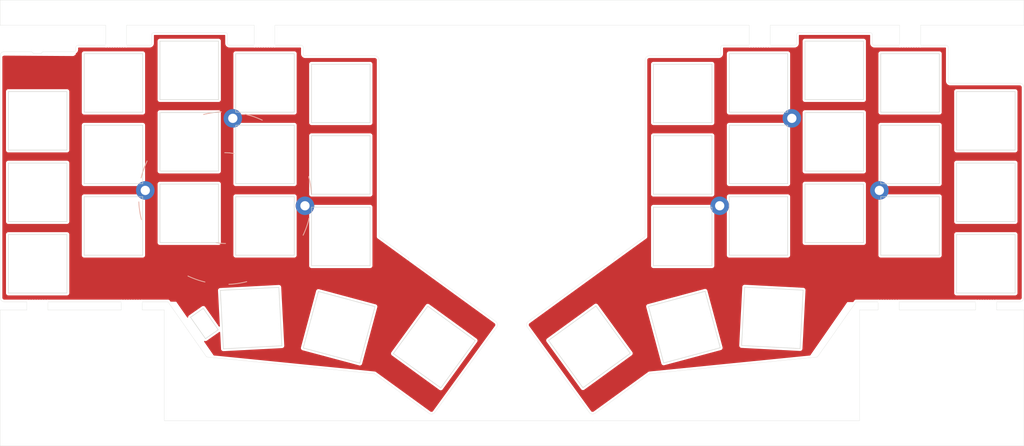
<source format=kicad_pcb>
(kicad_pcb (version 20171130) (host pcbnew "(5.1.10)-1")
  (layers (0 F.Cu signal hide) (31 B.Cu signal hide) (35 F.Paste user) (37 F.SilkS user) (38 B.Mask user hide) (39 F.Mask user) (44 Edge.Cuts user))
  (net 0 "")
  (module Weteor:Tenting_Puck_3hole_nomask (layer F.Cu) (at 232.25 65.675 5.5)
    (fp_text reference REF**)
    (fp_text value "Tenting Puck")
    (pad 1 thru_hole circle (at 0 -19.05 5.5) (size 4.4 4.4) (drill 2.2) (layers *.Cu *.Mask))
    (pad 1 thru_hole circle (at 19.05 0 5.5) (size 4.4 4.4) (drill 2.2) (layers *.Cu *.Mask))
    (pad 1 thru_hole circle (at -19.05 0 5.5) (size 4.4 4.4) (drill 2.2) (layers *.Cu *.Mask))
  )
  (module Weteor:Tenting_Puck_3hole (layer F.Cu) (at 95.825 65.675 354.5)
    (fp_text reference REF**)
    (fp_text value "Tenting Puck")
    (fp_arc (start 0 0) (end -2.8575 -20.32) (angle -11.96501054) (layer B.SilkS) (width 0.2))
    (fp_arc (start 0 0) (end 2.8575 -20.32) (angle 11.96501937) (layer B.SilkS) (width 0.2))
    (fp_arc (start 0 0) (end 20.32 -2.8575) (angle -11.96501674) (layer B.SilkS) (width 0.2))
    (fp_arc (start 0 0) (end 20.32 2.8575) (angle 11.96501674) (layer B.SilkS) (width 0.2))
    (fp_arc (start 0 0) (end 2.8575 20.32) (angle -11.96500792) (layer B.SilkS) (width 0.2))
    (fp_arc (start 0 0) (end -2.8575 20.32) (angle 11.96500792) (layer B.SilkS) (width 0.2))
    (fp_arc (start 0 0) (end -20.32 2.8575) (angle -11.96501054) (layer B.SilkS) (width 0.2))
    (fp_arc (start 0 0) (end -20.32 -2.8575) (angle 11.96500434) (layer B.SilkS) (width 0.2))
    (fp_arc (start 0 0) (end 0 10.795) (angle -6) (layer B.SilkS) (width 0.2))
    (fp_arc (start 0 0) (end 0 -10.795) (angle 6) (layer B.SilkS) (width 0.2))
    (fp_arc (start 0 0) (end 0 -10.795) (angle -6) (layer B.SilkS) (width 0.2))
    (fp_arc (start 0 0) (end 0 10.795) (angle 6) (layer B.SilkS) (width 0.2))
    (pad 1 thru_hole circle (at 0 -19.05 354.5) (size 4.4 4.4) (drill 2.2) (layers *.Cu *.Mask))
    (pad 1 thru_hole circle (at 19.05 0 354.5) (size 4.4 4.4) (drill 2.2) (layers *.Cu *.Mask))
    (pad 1 thru_hole circle (at -19.05 0 354.5) (size 4.4 4.4) (drill 2.2) (layers *.Cu *.Mask))
  )
  (module Weteor:Plate_Hole (layer F.Cu) (at 182.35 101.05 36)
    (fp_text reference REF** hide)
    (fp_text value Plate_Hole hide)
    (fp_line (start -6.95 -6.95) (end 6.95 -6.95) (layer Edge.Cuts) (width 0.12))
    (fp_line (start 6.95 -6.95) (end 6.95 6.95) (layer Edge.Cuts) (width 0.12))
    (fp_line (start 6.95 6.95) (end -6.95 6.95) (layer Edge.Cuts) (width 0.12))
    (fp_line (start -6.95 6.95) (end -6.95 -6.95) (layer Edge.Cuts) (width 0.12))
  )
  (module kbd:Breakaway_Tabs (layer F.Cu) (at 253.4 90.45)
    (fp_text reference REF** hide)
    (fp_text value Breakaway_Tabs)
    (pad "" np_thru_hole circle (at -1.1875 0) (size 0.3 0.3) (drill 0.3) (layers *.Cu *.Mask))
    (pad "" np_thru_hole circle (at -2.375 0) (size 0.3 0.3) (drill 0.3) (layers *.Cu *.Mask))
    (pad "" np_thru_hole circle (at -0.59375 0) (size 0.3 0.3) (drill 0.3) (layers *.Cu *.Mask))
    (pad "" np_thru_hole circle (at -1.78125 0) (size 0.3 0.3) (drill 0.3) (layers *.Cu *.Mask))
    (pad "" np_thru_hole circle (at 2.375 0) (size 0.3 0.3) (drill 0.3) (layers *.Cu *.Mask))
    (pad "" np_thru_hole circle (at 1.78125 0) (size 0.3 0.3) (drill 0.3) (layers *.Cu *.Mask))
    (pad "" np_thru_hole circle (at 1.1875 0) (size 0.3 0.3) (drill 0.3) (layers *.Cu *.Mask))
    (pad "" np_thru_hole circle (at 0.59375 0) (size 0.3 0.3) (drill 0.3) (layers *.Cu *.Mask))
    (pad "" np_thru_hole circle (at 0 0) (size 0.3 0.3) (drill 0.3) (layers *.Cu *.Mask))
  )
  (module kbd:Breakaway_Tabs (layer F.Cu) (at 222.8 29.25)
    (fp_text reference REF** hide)
    (fp_text value Breakaway_Tabs)
    (pad "" np_thru_hole circle (at -1.1875 0) (size 0.3 0.3) (drill 0.3) (layers *.Cu *.Mask))
    (pad "" np_thru_hole circle (at -2.375 0) (size 0.3 0.3) (drill 0.3) (layers *.Cu *.Mask))
    (pad "" np_thru_hole circle (at -0.59375 0) (size 0.3 0.3) (drill 0.3) (layers *.Cu *.Mask))
    (pad "" np_thru_hole circle (at -1.78125 0) (size 0.3 0.3) (drill 0.3) (layers *.Cu *.Mask))
    (pad "" np_thru_hole circle (at 2.375 0) (size 0.3 0.3) (drill 0.3) (layers *.Cu *.Mask))
    (pad "" np_thru_hole circle (at 1.78125 0) (size 0.3 0.3) (drill 0.3) (layers *.Cu *.Mask))
    (pad "" np_thru_hole circle (at 1.1875 0) (size 0.3 0.3) (drill 0.3) (layers *.Cu *.Mask))
    (pad "" np_thru_hole circle (at 0.59375 0) (size 0.3 0.3) (drill 0.3) (layers *.Cu *.Mask))
    (pad "" np_thru_hole circle (at 0 0) (size 0.3 0.3) (drill 0.3) (layers *.Cu *.Mask))
  )
  (module Weteor:Plate_Hole (layer F.Cu) (at 204.5 74.8)
    (fp_text reference REF** hide)
    (fp_text value Plate_Hole hide)
    (fp_line (start -6.95 -6.95) (end 6.95 -6.95) (layer Edge.Cuts) (width 0.12))
    (fp_line (start 6.95 -6.95) (end 6.95 6.95) (layer Edge.Cuts) (width 0.12))
    (fp_line (start 6.95 6.95) (end -6.95 6.95) (layer Edge.Cuts) (width 0.12))
    (fp_line (start -6.95 6.95) (end -6.95 -6.95) (layer Edge.Cuts) (width 0.12))
  )
  (module Weteor:Plate_Hole (layer F.Cu) (at 240.5 69.3)
    (fp_text reference REF** hide)
    (fp_text value Plate_Hole hide)
    (fp_line (start -6.95 -6.95) (end 6.95 -6.95) (layer Edge.Cuts) (width 0.12))
    (fp_line (start 6.95 -6.95) (end 6.95 6.95) (layer Edge.Cuts) (width 0.12))
    (fp_line (start 6.95 6.95) (end -6.95 6.95) (layer Edge.Cuts) (width 0.12))
    (fp_line (start -6.95 6.95) (end -6.95 -6.95) (layer Edge.Cuts) (width 0.12))
  )
  (module kbd:Breakaway_Tabs (layer F.Cu) (at 276.55 90.45)
    (fp_text reference REF** hide)
    (fp_text value Breakaway_Tabs)
    (pad "" np_thru_hole circle (at -1.1875 0) (size 0.3 0.3) (drill 0.3) (layers *.Cu *.Mask))
    (pad "" np_thru_hole circle (at -2.375 0) (size 0.3 0.3) (drill 0.3) (layers *.Cu *.Mask))
    (pad "" np_thru_hole circle (at -0.59375 0) (size 0.3 0.3) (drill 0.3) (layers *.Cu *.Mask))
    (pad "" np_thru_hole circle (at -1.78125 0) (size 0.3 0.3) (drill 0.3) (layers *.Cu *.Mask))
    (pad "" np_thru_hole circle (at 2.375 0) (size 0.3 0.3) (drill 0.3) (layers *.Cu *.Mask))
    (pad "" np_thru_hole circle (at 1.78125 0) (size 0.3 0.3) (drill 0.3) (layers *.Cu *.Mask))
    (pad "" np_thru_hole circle (at 1.1875 0) (size 0.3 0.3) (drill 0.3) (layers *.Cu *.Mask))
    (pad "" np_thru_hole circle (at 0.59375 0) (size 0.3 0.3) (drill 0.3) (layers *.Cu *.Mask))
    (pad "" np_thru_hole circle (at 0 0) (size 0.3 0.3) (drill 0.3) (layers *.Cu *.Mask))
  )
  (module Weteor:Plate_Hole (layer F.Cu) (at 222.5 72.3)
    (fp_text reference REF** hide)
    (fp_text value Plate_Hole hide)
    (fp_line (start -6.95 -6.95) (end 6.95 -6.95) (layer Edge.Cuts) (width 0.12))
    (fp_line (start 6.95 -6.95) (end 6.95 6.95) (layer Edge.Cuts) (width 0.12))
    (fp_line (start 6.95 6.95) (end -6.95 6.95) (layer Edge.Cuts) (width 0.12))
    (fp_line (start -6.95 6.95) (end -6.95 -6.95) (layer Edge.Cuts) (width 0.12))
  )
  (module Weteor:Logo (layer F.Cu) (at 261.9 85.9)
    (fp_text reference G*** hide)
    (fp_text value LOGO hide)
  )
  (module Weteor:Plate_Hole (layer F.Cu) (at 258.5 55.3)
    (fp_text reference REF** hide)
    (fp_text value Plate_Hole hide)
    (fp_line (start -6.95 -6.95) (end 6.95 -6.95) (layer Edge.Cuts) (width 0.12))
    (fp_line (start 6.95 -6.95) (end 6.95 6.95) (layer Edge.Cuts) (width 0.12))
    (fp_line (start 6.95 6.95) (end -6.95 6.95) (layer Edge.Cuts) (width 0.12))
    (fp_line (start -6.95 6.95) (end -6.95 -6.95) (layer Edge.Cuts) (width 0.12))
  )
  (module Weteor:Plate_Hole (layer F.Cu) (at 276.5 64.3)
    (fp_text reference REF** hide)
    (fp_text value Plate_Hole hide)
    (fp_line (start -6.95 -6.95) (end 6.95 -6.95) (layer Edge.Cuts) (width 0.12))
    (fp_line (start 6.95 -6.95) (end 6.95 6.95) (layer Edge.Cuts) (width 0.12))
    (fp_line (start 6.95 6.95) (end -6.95 6.95) (layer Edge.Cuts) (width 0.12))
    (fp_line (start -6.95 6.95) (end -6.95 -6.95) (layer Edge.Cuts) (width 0.12))
  )
  (module Weteor:Plate_Hole (layer F.Cu) (at 258.5 72.3)
    (fp_text reference REF** hide)
    (fp_text value Plate_Hole hide)
    (fp_line (start -6.95 -6.95) (end 6.95 -6.95) (layer Edge.Cuts) (width 0.12))
    (fp_line (start 6.95 -6.95) (end 6.95 6.95) (layer Edge.Cuts) (width 0.12))
    (fp_line (start 6.95 6.95) (end -6.95 6.95) (layer Edge.Cuts) (width 0.12))
    (fp_line (start -6.95 6.95) (end -6.95 -6.95) (layer Edge.Cuts) (width 0.12))
  )
  (module Weteor:Plate_Hole (layer F.Cu) (at 258.5 38.3)
    (fp_text reference REF** hide)
    (fp_text value Plate_Hole hide)
    (fp_line (start -6.95 -6.95) (end 6.95 -6.95) (layer Edge.Cuts) (width 0.12))
    (fp_line (start 6.95 -6.95) (end 6.95 6.95) (layer Edge.Cuts) (width 0.12))
    (fp_line (start 6.95 6.95) (end -6.95 6.95) (layer Edge.Cuts) (width 0.12))
    (fp_line (start -6.95 6.95) (end -6.95 -6.95) (layer Edge.Cuts) (width 0.12))
  )
  (module Weteor:Plate_Hole (layer F.Cu) (at 225.8 94.15 357)
    (fp_text reference REF** hide)
    (fp_text value Plate_Hole hide)
    (fp_line (start -6.95 -6.95) (end 6.95 -6.95) (layer Edge.Cuts) (width 0.12))
    (fp_line (start 6.95 -6.95) (end 6.95 6.95) (layer Edge.Cuts) (width 0.12))
    (fp_line (start 6.95 6.95) (end -6.95 6.95) (layer Edge.Cuts) (width 0.12))
    (fp_line (start -6.95 6.95) (end -6.95 -6.95) (layer Edge.Cuts) (width 0.12))
  )
  (module Weteor:Plate_Hole (layer F.Cu) (at 222.5 55.3)
    (fp_text reference REF** hide)
    (fp_text value Plate_Hole hide)
    (fp_line (start -6.95 -6.95) (end 6.95 -6.95) (layer Edge.Cuts) (width 0.12))
    (fp_line (start 6.95 -6.95) (end 6.95 6.95) (layer Edge.Cuts) (width 0.12))
    (fp_line (start 6.95 6.95) (end -6.95 6.95) (layer Edge.Cuts) (width 0.12))
    (fp_line (start -6.95 6.95) (end -6.95 -6.95) (layer Edge.Cuts) (width 0.12))
  )
  (module Weteor:Plate_Hole (layer F.Cu) (at 276.5 81.3)
    (fp_text reference REF** hide)
    (fp_text value Plate_Hole hide)
    (fp_line (start -6.95 -6.95) (end 6.95 -6.95) (layer Edge.Cuts) (width 0.12))
    (fp_line (start 6.95 -6.95) (end 6.95 6.95) (layer Edge.Cuts) (width 0.12))
    (fp_line (start 6.95 6.95) (end -6.95 6.95) (layer Edge.Cuts) (width 0.12))
    (fp_line (start -6.95 6.95) (end -6.95 -6.95) (layer Edge.Cuts) (width 0.12))
  )
  (module Weteor:Plate_Hole (layer F.Cu) (at 222.5 38.3)
    (fp_text reference REF** hide)
    (fp_text value Plate_Hole hide)
    (fp_line (start -6.95 -6.95) (end 6.95 -6.95) (layer Edge.Cuts) (width 0.12))
    (fp_line (start 6.95 -6.95) (end 6.95 6.95) (layer Edge.Cuts) (width 0.12))
    (fp_line (start 6.95 6.95) (end -6.95 6.95) (layer Edge.Cuts) (width 0.12))
    (fp_line (start -6.95 6.95) (end -6.95 -6.95) (layer Edge.Cuts) (width 0.12))
  )
  (module Weteor:Plate_Hole (layer F.Cu) (at 204.5 40.8)
    (fp_text reference REF** hide)
    (fp_text value Plate_Hole hide)
    (fp_line (start -6.95 -6.95) (end 6.95 -6.95) (layer Edge.Cuts) (width 0.12))
    (fp_line (start 6.95 -6.95) (end 6.95 6.95) (layer Edge.Cuts) (width 0.12))
    (fp_line (start 6.95 6.95) (end -6.95 6.95) (layer Edge.Cuts) (width 0.12))
    (fp_line (start -6.95 6.95) (end -6.95 -6.95) (layer Edge.Cuts) (width 0.12))
  )
  (module Weteor:Plate_Hole (layer F.Cu) (at 240.5 35.3)
    (fp_text reference REF** hide)
    (fp_text value Plate_Hole hide)
    (fp_line (start -6.95 -6.95) (end 6.95 -6.95) (layer Edge.Cuts) (width 0.12))
    (fp_line (start 6.95 -6.95) (end 6.95 6.95) (layer Edge.Cuts) (width 0.12))
    (fp_line (start 6.95 6.95) (end -6.95 6.95) (layer Edge.Cuts) (width 0.12))
    (fp_line (start -6.95 6.95) (end -6.95 -6.95) (layer Edge.Cuts) (width 0.12))
  )
  (module Weteor:Plate_Hole (layer F.Cu) (at 276.5 47.3)
    (fp_text reference REF** hide)
    (fp_text value Plate_Hole hide)
    (fp_line (start -6.95 -6.95) (end 6.95 -6.95) (layer Edge.Cuts) (width 0.12))
    (fp_line (start 6.95 -6.95) (end 6.95 6.95) (layer Edge.Cuts) (width 0.12))
    (fp_line (start 6.95 6.95) (end -6.95 6.95) (layer Edge.Cuts) (width 0.12))
    (fp_line (start -6.95 6.95) (end -6.95 -6.95) (layer Edge.Cuts) (width 0.12))
  )
  (module Weteor:Plate_Hole (layer F.Cu) (at 204.9 96.35 15)
    (fp_text reference REF** hide)
    (fp_text value Plate_Hole hide)
    (fp_line (start -6.95 -6.95) (end 6.95 -6.95) (layer Edge.Cuts) (width 0.12))
    (fp_line (start 6.95 -6.95) (end 6.95 6.95) (layer Edge.Cuts) (width 0.12))
    (fp_line (start 6.95 6.95) (end -6.95 6.95) (layer Edge.Cuts) (width 0.12))
    (fp_line (start -6.95 6.95) (end -6.95 -6.95) (layer Edge.Cuts) (width 0.12))
  )
  (module Weteor:Plate_Hole (layer F.Cu) (at 240.5 52.3)
    (fp_text reference REF** hide)
    (fp_text value Plate_Hole hide)
    (fp_line (start -6.95 -6.95) (end 6.95 -6.95) (layer Edge.Cuts) (width 0.12))
    (fp_line (start 6.95 -6.95) (end 6.95 6.95) (layer Edge.Cuts) (width 0.12))
    (fp_line (start 6.95 6.95) (end -6.95 6.95) (layer Edge.Cuts) (width 0.12))
    (fp_line (start -6.95 6.95) (end -6.95 -6.95) (layer Edge.Cuts) (width 0.12))
  )
  (module kbd:Breakaway_Tabs (layer F.Cu) (at 258.5 29.25)
    (fp_text reference REF** hide)
    (fp_text value Breakaway_Tabs)
    (pad "" np_thru_hole circle (at -1.1875 0) (size 0.3 0.3) (drill 0.3) (layers *.Cu *.Mask))
    (pad "" np_thru_hole circle (at -2.375 0) (size 0.3 0.3) (drill 0.3) (layers *.Cu *.Mask))
    (pad "" np_thru_hole circle (at -0.59375 0) (size 0.3 0.3) (drill 0.3) (layers *.Cu *.Mask))
    (pad "" np_thru_hole circle (at -1.78125 0) (size 0.3 0.3) (drill 0.3) (layers *.Cu *.Mask))
    (pad "" np_thru_hole circle (at 2.375 0) (size 0.3 0.3) (drill 0.3) (layers *.Cu *.Mask))
    (pad "" np_thru_hole circle (at 1.78125 0) (size 0.3 0.3) (drill 0.3) (layers *.Cu *.Mask))
    (pad "" np_thru_hole circle (at 1.1875 0) (size 0.3 0.3) (drill 0.3) (layers *.Cu *.Mask))
    (pad "" np_thru_hole circle (at 0.59375 0) (size 0.3 0.3) (drill 0.3) (layers *.Cu *.Mask))
    (pad "" np_thru_hole circle (at 0 0) (size 0.3 0.3) (drill 0.3) (layers *.Cu *.Mask))
  )
  (module Weteor:Plate_Hole (layer F.Cu) (at 204.5 57.8)
    (fp_text reference REF** hide)
    (fp_text value Plate_Hole hide)
    (fp_line (start -6.95 -6.95) (end 6.95 -6.95) (layer Edge.Cuts) (width 0.12))
    (fp_line (start 6.95 -6.95) (end 6.95 6.95) (layer Edge.Cuts) (width 0.12))
    (fp_line (start 6.95 6.95) (end -6.95 6.95) (layer Edge.Cuts) (width 0.12))
    (fp_line (start -6.95 6.95) (end -6.95 -6.95) (layer Edge.Cuts) (width 0.12))
  )
  (module kbd:Breakaway_Tabs (layer F.Cu) (at 73.64375 90.45)
    (fp_text reference REF** hide)
    (fp_text value Breakaway_Tabs)
    (pad "" np_thru_hole circle (at -1.1875 0) (size 0.3 0.3) (drill 0.3) (layers *.Cu *.Mask))
    (pad "" np_thru_hole circle (at -2.375 0) (size 0.3 0.3) (drill 0.3) (layers *.Cu *.Mask))
    (pad "" np_thru_hole circle (at -0.59375 0) (size 0.3 0.3) (drill 0.3) (layers *.Cu *.Mask))
    (pad "" np_thru_hole circle (at -1.78125 0) (size 0.3 0.3) (drill 0.3) (layers *.Cu *.Mask))
    (pad "" np_thru_hole circle (at 2.375 0) (size 0.3 0.3) (drill 0.3) (layers *.Cu *.Mask))
    (pad "" np_thru_hole circle (at 1.78125 0) (size 0.3 0.3) (drill 0.3) (layers *.Cu *.Mask))
    (pad "" np_thru_hole circle (at 1.1875 0) (size 0.3 0.3) (drill 0.3) (layers *.Cu *.Mask))
    (pad "" np_thru_hole circle (at 0.59375 0) (size 0.3 0.3) (drill 0.3) (layers *.Cu *.Mask))
    (pad "" np_thru_hole circle (at 0 0) (size 0.3 0.3) (drill 0.3) (layers *.Cu *.Mask))
  )
  (module kbd:Breakaway_Tabs (layer F.Cu) (at 51.25 90.45)
    (fp_text reference REF** hide)
    (fp_text value Breakaway_Tabs)
    (pad "" np_thru_hole circle (at -1.1875 0) (size 0.3 0.3) (drill 0.3) (layers *.Cu *.Mask))
    (pad "" np_thru_hole circle (at -2.375 0) (size 0.3 0.3) (drill 0.3) (layers *.Cu *.Mask))
    (pad "" np_thru_hole circle (at -0.59375 0) (size 0.3 0.3) (drill 0.3) (layers *.Cu *.Mask))
    (pad "" np_thru_hole circle (at -1.78125 0) (size 0.3 0.3) (drill 0.3) (layers *.Cu *.Mask))
    (pad "" np_thru_hole circle (at 2.375 0) (size 0.3 0.3) (drill 0.3) (layers *.Cu *.Mask))
    (pad "" np_thru_hole circle (at 1.78125 0) (size 0.3 0.3) (drill 0.3) (layers *.Cu *.Mask))
    (pad "" np_thru_hole circle (at 1.1875 0) (size 0.3 0.3) (drill 0.3) (layers *.Cu *.Mask))
    (pad "" np_thru_hole circle (at 0.59375 0) (size 0.3 0.3) (drill 0.3) (layers *.Cu *.Mask))
    (pad "" np_thru_hole circle (at 0 0) (size 0.3 0.3) (drill 0.3) (layers *.Cu *.Mask))
  )
  (module kbd:Breakaway_Tabs (layer F.Cu) (at 69.93125 29.25)
    (fp_text reference REF** hide)
    (fp_text value Breakaway_Tabs)
    (pad "" np_thru_hole circle (at -1.1875 0) (size 0.3 0.3) (drill 0.3) (layers *.Cu *.Mask))
    (pad "" np_thru_hole circle (at -2.375 0) (size 0.3 0.3) (drill 0.3) (layers *.Cu *.Mask))
    (pad "" np_thru_hole circle (at -0.59375 0) (size 0.3 0.3) (drill 0.3) (layers *.Cu *.Mask))
    (pad "" np_thru_hole circle (at -1.78125 0) (size 0.3 0.3) (drill 0.3) (layers *.Cu *.Mask))
    (pad "" np_thru_hole circle (at 2.375 0) (size 0.3 0.3) (drill 0.3) (layers *.Cu *.Mask))
    (pad "" np_thru_hole circle (at 1.78125 0) (size 0.3 0.3) (drill 0.3) (layers *.Cu *.Mask))
    (pad "" np_thru_hole circle (at 1.1875 0) (size 0.3 0.3) (drill 0.3) (layers *.Cu *.Mask))
    (pad "" np_thru_hole circle (at 0.59375 0) (size 0.3 0.3) (drill 0.3) (layers *.Cu *.Mask))
    (pad "" np_thru_hole circle (at 0 0) (size 0.3 0.3) (drill 0.3) (layers *.Cu *.Mask))
  )
  (module kbd:Breakaway_Tabs (layer F.Cu) (at 105.2 29.25)
    (fp_text reference REF** hide)
    (fp_text value Breakaway_Tabs)
    (pad "" np_thru_hole circle (at -1.1875 0) (size 0.3 0.3) (drill 0.3) (layers *.Cu *.Mask))
    (pad "" np_thru_hole circle (at -2.375 0) (size 0.3 0.3) (drill 0.3) (layers *.Cu *.Mask))
    (pad "" np_thru_hole circle (at -0.59375 0) (size 0.3 0.3) (drill 0.3) (layers *.Cu *.Mask))
    (pad "" np_thru_hole circle (at -1.78125 0) (size 0.3 0.3) (drill 0.3) (layers *.Cu *.Mask))
    (pad "" np_thru_hole circle (at 2.375 0) (size 0.3 0.3) (drill 0.3) (layers *.Cu *.Mask))
    (pad "" np_thru_hole circle (at 1.78125 0) (size 0.3 0.3) (drill 0.3) (layers *.Cu *.Mask))
    (pad "" np_thru_hole circle (at 1.1875 0) (size 0.3 0.3) (drill 0.3) (layers *.Cu *.Mask))
    (pad "" np_thru_hole circle (at 0.59375 0) (size 0.3 0.3) (drill 0.3) (layers *.Cu *.Mask))
    (pad "" np_thru_hole circle (at 0 0) (size 0.3 0.3) (drill 0.3) (layers *.Cu *.Mask))
  )
  (module Weteor:Plate_Hole (layer F.Cu) (at 69.3 72.3)
    (fp_text reference REF** hide)
    (fp_text value Plate_Hole hide)
    (fp_line (start -6.95 -6.95) (end 6.95 -6.95) (layer Edge.Cuts) (width 0.12))
    (fp_line (start 6.95 -6.95) (end 6.95 6.95) (layer Edge.Cuts) (width 0.12))
    (fp_line (start 6.95 6.95) (end -6.95 6.95) (layer Edge.Cuts) (width 0.12))
    (fp_line (start -6.95 6.95) (end -6.95 -6.95) (layer Edge.Cuts) (width 0.12))
  )
  (module Weteor:Plate_Hole (layer F.Cu) (at 51.3 64.3)
    (fp_text reference REF** hide)
    (fp_text value Plate_Hole hide)
    (fp_line (start -6.95 -6.95) (end 6.95 -6.95) (layer Edge.Cuts) (width 0.12))
    (fp_line (start 6.95 -6.95) (end 6.95 6.95) (layer Edge.Cuts) (width 0.12))
    (fp_line (start 6.95 6.95) (end -6.95 6.95) (layer Edge.Cuts) (width 0.12))
    (fp_line (start -6.95 6.95) (end -6.95 -6.95) (layer Edge.Cuts) (width 0.12))
  )
  (module Weteor:Plate_Hole (layer F.Cu) (at 123.3 57.8)
    (fp_text reference REF** hide)
    (fp_text value Plate_Hole hide)
    (fp_line (start -6.95 -6.95) (end 6.95 -6.95) (layer Edge.Cuts) (width 0.12))
    (fp_line (start 6.95 -6.95) (end 6.95 6.95) (layer Edge.Cuts) (width 0.12))
    (fp_line (start 6.95 6.95) (end -6.95 6.95) (layer Edge.Cuts) (width 0.12))
    (fp_line (start -6.95 6.95) (end -6.95 -6.95) (layer Edge.Cuts) (width 0.12))
  )
  (module Weteor:Plate_Hole (layer F.Cu) (at 105.3 72.3)
    (fp_text reference REF** hide)
    (fp_text value Plate_Hole hide)
    (fp_line (start -6.95 -6.95) (end 6.95 -6.95) (layer Edge.Cuts) (width 0.12))
    (fp_line (start 6.95 -6.95) (end 6.95 6.95) (layer Edge.Cuts) (width 0.12))
    (fp_line (start 6.95 6.95) (end -6.95 6.95) (layer Edge.Cuts) (width 0.12))
    (fp_line (start -6.95 6.95) (end -6.95 -6.95) (layer Edge.Cuts) (width 0.12))
  )
  (module Weteor:Plate_Hole (layer F.Cu) (at 123.3 74.8)
    (fp_text reference REF** hide)
    (fp_text value Plate_Hole hide)
    (fp_line (start -6.95 -6.95) (end 6.95 -6.95) (layer Edge.Cuts) (width 0.12))
    (fp_line (start 6.95 -6.95) (end 6.95 6.95) (layer Edge.Cuts) (width 0.12))
    (fp_line (start 6.95 6.95) (end -6.95 6.95) (layer Edge.Cuts) (width 0.12))
    (fp_line (start -6.95 6.95) (end -6.95 -6.95) (layer Edge.Cuts) (width 0.12))
  )
  (module Weteor:Plate_Hole (layer F.Cu) (at 102 94.2 3)
    (fp_text reference REF** hide)
    (fp_text value Plate_Hole hide)
    (fp_line (start -6.95 -6.95) (end 6.95 -6.95) (layer Edge.Cuts) (width 0.12))
    (fp_line (start 6.95 -6.95) (end 6.95 6.95) (layer Edge.Cuts) (width 0.12))
    (fp_line (start 6.95 6.95) (end -6.95 6.95) (layer Edge.Cuts) (width 0.12))
    (fp_line (start -6.95 6.95) (end -6.95 -6.95) (layer Edge.Cuts) (width 0.12))
  )
  (module Weteor:Plate_Hole (layer F.Cu) (at 105.3 38.3)
    (fp_text reference REF** hide)
    (fp_text value Plate_Hole hide)
    (fp_line (start -6.95 -6.95) (end 6.95 -6.95) (layer Edge.Cuts) (width 0.12))
    (fp_line (start 6.95 -6.95) (end 6.95 6.95) (layer Edge.Cuts) (width 0.12))
    (fp_line (start 6.95 6.95) (end -6.95 6.95) (layer Edge.Cuts) (width 0.12))
    (fp_line (start -6.95 6.95) (end -6.95 -6.95) (layer Edge.Cuts) (width 0.12))
  )
  (module Weteor:Plate_Hole (layer F.Cu) (at 105.3 55.3)
    (fp_text reference REF** hide)
    (fp_text value Plate_Hole hide)
    (fp_line (start -6.95 -6.95) (end 6.95 -6.95) (layer Edge.Cuts) (width 0.12))
    (fp_line (start 6.95 -6.95) (end 6.95 6.95) (layer Edge.Cuts) (width 0.12))
    (fp_line (start 6.95 6.95) (end -6.95 6.95) (layer Edge.Cuts) (width 0.12))
    (fp_line (start -6.95 6.95) (end -6.95 -6.95) (layer Edge.Cuts) (width 0.12))
  )
  (module WetCorn:3x6_PactSwitch_Hole (layer F.Cu) (at 90.9 95.5 125)
    (fp_text reference REF** hide)
    (fp_text value 3x6_PactSwitch_Hole hide)
    (fp_line (start -3.1 -1.85) (end 3.1 -1.85) (layer Edge.Cuts) (width 0.12))
    (fp_line (start 3.1 -1.85) (end 3.1 1.85) (layer Edge.Cuts) (width 0.12))
    (fp_line (start 3.1 1.85) (end -3.1 1.85) (layer Edge.Cuts) (width 0.12))
    (fp_line (start -3.1 1.85) (end -3.1 -1.85) (layer Edge.Cuts) (width 0.12))
  )
  (module Weteor:Plate_Hole (layer F.Cu) (at 69.3 55.3)
    (fp_text reference REF** hide)
    (fp_text value Plate_Hole hide)
    (fp_line (start -6.95 -6.95) (end 6.95 -6.95) (layer Edge.Cuts) (width 0.12))
    (fp_line (start 6.95 -6.95) (end 6.95 6.95) (layer Edge.Cuts) (width 0.12))
    (fp_line (start 6.95 6.95) (end -6.95 6.95) (layer Edge.Cuts) (width 0.12))
    (fp_line (start -6.95 6.95) (end -6.95 -6.95) (layer Edge.Cuts) (width 0.12))
  )
  (module Weteor:Plate_Hole (layer F.Cu) (at 51.3 81.3)
    (fp_text reference REF** hide)
    (fp_text value Plate_Hole hide)
    (fp_line (start -6.95 -6.95) (end 6.95 -6.95) (layer Edge.Cuts) (width 0.12))
    (fp_line (start 6.95 -6.95) (end 6.95 6.95) (layer Edge.Cuts) (width 0.12))
    (fp_line (start 6.95 6.95) (end -6.95 6.95) (layer Edge.Cuts) (width 0.12))
    (fp_line (start -6.95 6.95) (end -6.95 -6.95) (layer Edge.Cuts) (width 0.12))
  )
  (module Weteor:Plate_Hole (layer F.Cu) (at 87.3 69.3)
    (fp_text reference REF** hide)
    (fp_text value Plate_Hole hide)
    (fp_line (start -6.95 -6.95) (end 6.95 -6.95) (layer Edge.Cuts) (width 0.12))
    (fp_line (start 6.95 -6.95) (end 6.95 6.95) (layer Edge.Cuts) (width 0.12))
    (fp_line (start 6.95 6.95) (end -6.95 6.95) (layer Edge.Cuts) (width 0.12))
    (fp_line (start -6.95 6.95) (end -6.95 -6.95) (layer Edge.Cuts) (width 0.12))
  )
  (module Weteor:Plate_Hole (layer F.Cu) (at 87.3 52.3)
    (fp_text reference REF** hide)
    (fp_text value Plate_Hole hide)
    (fp_line (start -6.95 -6.95) (end 6.95 -6.95) (layer Edge.Cuts) (width 0.12))
    (fp_line (start 6.95 -6.95) (end 6.95 6.95) (layer Edge.Cuts) (width 0.12))
    (fp_line (start 6.95 6.95) (end -6.95 6.95) (layer Edge.Cuts) (width 0.12))
    (fp_line (start -6.95 6.95) (end -6.95 -6.95) (layer Edge.Cuts) (width 0.12))
  )
  (module Weteor:Plate_Hole (layer F.Cu) (at 145.5 101.1 324)
    (fp_text reference REF** hide)
    (fp_text value Plate_Hole hide)
    (fp_line (start -6.95 -6.95) (end 6.95 -6.95) (layer Edge.Cuts) (width 0.12))
    (fp_line (start 6.95 -6.95) (end 6.95 6.95) (layer Edge.Cuts) (width 0.12))
    (fp_line (start 6.95 6.95) (end -6.95 6.95) (layer Edge.Cuts) (width 0.12))
    (fp_line (start -6.95 6.95) (end -6.95 -6.95) (layer Edge.Cuts) (width 0.12))
  )
  (module Weteor:Plate_Hole (layer F.Cu) (at 87.3 35.3)
    (fp_text reference REF** hide)
    (fp_text value Plate_Hole hide)
    (fp_line (start -6.95 -6.95) (end 6.95 -6.95) (layer Edge.Cuts) (width 0.12))
    (fp_line (start 6.95 -6.95) (end 6.95 6.95) (layer Edge.Cuts) (width 0.12))
    (fp_line (start 6.95 6.95) (end -6.95 6.95) (layer Edge.Cuts) (width 0.12))
    (fp_line (start -6.95 6.95) (end -6.95 -6.95) (layer Edge.Cuts) (width 0.12))
  )
  (module Weteor:Logo_L (layer F.Cu) (at 70.8 85.9)
    (fp_text reference REF** hide)
    (fp_text value Logo_L hide)
  )
  (module Weteor:Plate_Hole (layer F.Cu) (at 123.3 40.8)
    (fp_text reference REF** hide)
    (fp_text value Plate_Hole hide)
    (fp_line (start -6.95 -6.95) (end 6.95 -6.95) (layer Edge.Cuts) (width 0.12))
    (fp_line (start 6.95 -6.95) (end 6.95 6.95) (layer Edge.Cuts) (width 0.12))
    (fp_line (start 6.95 6.95) (end -6.95 6.95) (layer Edge.Cuts) (width 0.12))
    (fp_line (start -6.95 6.95) (end -6.95 -6.95) (layer Edge.Cuts) (width 0.12))
  )
  (module Weteor:Plate_Hole (layer F.Cu) (at 51.3 47.3)
    (fp_text reference REF** hide)
    (fp_text value Plate_Hole hide)
    (fp_line (start -6.95 -6.95) (end 6.95 -6.95) (layer Edge.Cuts) (width 0.12))
    (fp_line (start 6.95 -6.95) (end 6.95 6.95) (layer Edge.Cuts) (width 0.12))
    (fp_line (start 6.95 6.95) (end -6.95 6.95) (layer Edge.Cuts) (width 0.12))
    (fp_line (start -6.95 6.95) (end -6.95 -6.95) (layer Edge.Cuts) (width 0.12))
  )
  (module Weteor:Plate_Hole (layer F.Cu) (at 69.3 38.3)
    (fp_text reference REF** hide)
    (fp_text value Plate_Hole hide)
    (fp_line (start -6.95 -6.95) (end 6.95 -6.95) (layer Edge.Cuts) (width 0.12))
    (fp_line (start 6.95 -6.95) (end 6.95 6.95) (layer Edge.Cuts) (width 0.12))
    (fp_line (start 6.95 6.95) (end -6.95 6.95) (layer Edge.Cuts) (width 0.12))
    (fp_line (start -6.95 6.95) (end -6.95 -6.95) (layer Edge.Cuts) (width 0.12))
  )
  (module Weteor:Plate_Hole (layer F.Cu) (at 122.9 96.4 345)
    (fp_text reference REF** hide)
    (fp_text value Plate_Hole hide)
    (fp_line (start -6.95 -6.95) (end 6.95 -6.95) (layer Edge.Cuts) (width 0.12))
    (fp_line (start 6.95 -6.95) (end 6.95 6.95) (layer Edge.Cuts) (width 0.12))
    (fp_line (start 6.95 6.95) (end -6.95 6.95) (layer Edge.Cuts) (width 0.12))
    (fp_line (start -6.95 6.95) (end -6.95 -6.95) (layer Edge.Cuts) (width 0.12))
  )
  (gr_line (start 186.029305 81.764698) (end 186.727706 81.875314) (layer Edge.Cuts) (width 0.05))
  (gr_line (start 183.4 83.675) (end 186.029305 81.764698) (layer Edge.Cuts) (width 0.05))
  (gr_line (start 188.213651 80.177678) (end 190.85 78.25) (layer Edge.Cuts) (width 0.05))
  (gr_line (start 188.103035 80.876079) (end 188.213651 80.177678) (layer Edge.Cuts) (width 0.05))
  (gr_line (start 186.727706 81.875314) (end 188.103035 80.876079) (layer Edge.Cuts) (width 0.05))
  (gr_line (start 139.404305 79.960302) (end 139.514921 80.658703) (layer Edge.Cuts) (width 0.05))
  (gr_line (start 136.775 78.05) (end 139.404305 79.960302) (layer Edge.Cuts) (width 0.05))
  (gr_line (start 141.588651 81.547322) (end 144.175 83.425) (layer Edge.Cuts) (width 0.05))
  (gr_line (start 140.89025 81.657938) (end 141.588651 81.547322) (layer Edge.Cuts) (width 0.05))
  (gr_line (start 139.514921 80.658703) (end 140.89025 81.657938) (layer Edge.Cuts) (width 0.05))
  (gr_line (start 52.55 30.84472) (end 55.9 30.84472) (layer Edge.Cuts) (width 0.05))
  (gr_line (start 49.85 30.84472) (end 50.35 31.34472) (layer Edge.Cuts) (width 0.05))
  (gr_line (start 52.05 31.34472) (end 52.55 30.84472) (layer Edge.Cuts) (width 0.05))
  (gr_line (start 46.5 30.84472) (end 49.85 30.84472) (layer Edge.Cuts) (width 0.05))
  (gr_line (start 50.35 31.34472) (end 52.05 31.34472) (layer Edge.Cuts) (width 0.05))
  (gr_line (start 136.775 78.05) (end 136.65 77.95) (layer Edge.Cuts) (width 0.05))
  (gr_line (start 144.35 83.55) (end 144.175 83.425) (layer Edge.Cuts) (width 0.05))
  (gr_line (start 191 78.15) (end 190.85 78.25) (layer Edge.Cuts) (width 0.05))
  (gr_line (start 261 24.6) (end 285.557 24.6) (layer Edge.Cuts) (width 0.05))
  (gr_line (start 225.3 24.6) (end 256 24.6) (layer Edge.Cuts) (width 0.05))
  (gr_line (start 107.65 24.6) (end 220.3 24.6) (layer Edge.Cuts) (width 0.05))
  (gr_line (start 72.4 24.6) (end 102.75 24.6) (layer Edge.Cuts) (width 0.05))
  (gr_line (start 42.4 18.6) (end 42.38198 18.6) (layer Edge.Cuts) (width 0.05))
  (gr_line (start 285.557 18.6) (end 42.4 18.6) (layer Edge.Cuts) (width 0.05))
  (gr_line (start 285.557 24.6) (end 285.557 18.6) (layer Edge.Cuts) (width 0.05))
  (gr_line (start 42.38198 24.6) (end 42.38198 18.6) (layer Edge.Cuts) (width 0.05))
  (gr_line (start 67.45 24.6) (end 42.38198 24.6) (layer Edge.Cuts) (width 0.05))
  (gr_line (start 167.821697 95.001478) (end 183.4 83.675) (layer Edge.Cuts) (width 0.05))
  (gr_line (start 225.3 29.34472) (end 231.057 29.34472) (layer Edge.Cuts) (width 0.05))
  (gr_line (start 256 29.34472) (end 250.057 29.34472) (layer Edge.Cuts) (width 0.05))
  (gr_line (start 250.9 90.344721) (end 245.6936 90.344721) (layer Edge.Cuts) (width 0.05))
  (gr_line (start 274.05 90.344721) (end 255.9 90.344721) (layer Edge.Cuts) (width 0.05))
  (gr_line (start 279.05 90.344721) (end 284.557 90.344721) (layer Edge.Cuts) (width 0.05))
  (gr_line (start 261 29.34472) (end 267.057 29.34472) (layer Edge.Cuts) (width 0.05))
  (gr_curve (pts (xy 213.557 31.34472) (xy 213.557 31.62082) (xy 213.3331 31.84472) (xy 213.057 31.84472)) (layer Edge.Cuts) (width 0.05))
  (gr_line (start 195.557 32.84472) (end 195.557 74.850561) (layer Edge.Cuts) (width 0.05))
  (gr_curve (pts (xy 195.557 32.84472) (xy 195.557 32.292421) (xy 196.0047 31.84472) (xy 196.557 31.84472)) (layer Edge.Cuts) (width 0.05))
  (gr_line (start 167.600457 96.398278) (end 182.295097 116.623677) (layer Edge.Cuts) (width 0.05))
  (gr_curve (pts (xy 167.600457 96.398278) (xy 167.275837 95.951478) (xy 167.374887 95.326078) (xy 167.821697 95.001478)) (layer Edge.Cuts) (width 0.05))
  (gr_line (start 183.691897 116.844878) (end 196.6362 107.440321) (layer Edge.Cuts) (width 0.05))
  (gr_curve (pts (xy 183.691897 116.844878) (xy 183.245097 117.169478) (xy 182.619697 117.070478) (xy 182.295097 116.623677)) (layer Edge.Cuts) (width 0.05))
  (gr_line (start 196.6362 107.440321) (end 236.510399 103.459621) (layer Edge.Cuts) (width 0.05))
  (gr_line (start 236.510399 103.459621) (end 245.6936 90.344721) (layer Edge.Cuts) (width 0.05))
  (gr_line (start 195.557 74.850561) (end 191 78.15) (layer Edge.Cuts) (width 0.05))
  (gr_line (start 250.9 92.3) (end 246.5 92.3) (layer Edge.Cuts) (width 0.05))
  (gr_line (start 274.05 92.3) (end 255.9 92.3) (layer Edge.Cuts) (width 0.05))
  (gr_line (start 279.05 92.3) (end 285.557 92.3) (layer Edge.Cuts) (width 0.05))
  (gr_line (start 279.05 90.344721) (end 279.05 92.3) (layer Edge.Cuts) (width 0.05))
  (gr_line (start 274.05 90.344721) (end 274.05 92.3) (layer Edge.Cuts) (width 0.05))
  (gr_line (start 255.9 90.344721) (end 255.9 92.3) (layer Edge.Cuts) (width 0.05))
  (gr_line (start 250.9 90.344721) (end 250.9 92.3) (layer Edge.Cuts) (width 0.05))
  (gr_line (start 285.557 89.344721) (end 285.557 39.34472) (layer Edge.Cuts) (width 0.05))
  (gr_curve (pts (xy 285.557 89.344721) (xy 285.557 89.897021) (xy 285.109 90.344721) (xy 284.557 90.344721)) (layer Edge.Cuts) (width 0.05))
  (gr_line (start 284.557 38.34472) (end 268.057 38.34472) (layer Edge.Cuts) (width 0.05))
  (gr_curve (pts (xy 284.557 38.34472) (xy 285.109 38.34472) (xy 285.557 38.792421) (xy 285.557 39.34472)) (layer Edge.Cuts) (width 0.05))
  (gr_line (start 267.557 37.84472) (end 267.557 29.84472) (layer Edge.Cuts) (width 0.05))
  (gr_curve (pts (xy 268.057 38.34472) (xy 267.781 38.34472) (xy 267.557 38.12082) (xy 267.557 37.84472)) (layer Edge.Cuts) (width 0.05))
  (gr_curve (pts (xy 267.057 29.34472) (xy 267.333 29.34472) (xy 267.557 29.56862) (xy 267.557 29.84472)) (layer Edge.Cuts) (width 0.05))
  (gr_line (start 249.557 28.84472) (end 249.557 26.84472) (layer Edge.Cuts) (width 0.05))
  (gr_curve (pts (xy 250.057 29.34472) (xy 249.7809 29.34472) (xy 249.557 29.12082) (xy 249.557 28.84472)) (layer Edge.Cuts) (width 0.05))
  (gr_line (start 249.057 26.34472) (end 232.057 26.34472) (layer Edge.Cuts) (width 0.05))
  (gr_curve (pts (xy 249.057 26.34472) (xy 249.3331 26.34472) (xy 249.557 26.56862) (xy 249.557 26.84472)) (layer Edge.Cuts) (width 0.05))
  (gr_line (start 231.557 26.84472) (end 231.557 28.84472) (layer Edge.Cuts) (width 0.05))
  (gr_curve (pts (xy 231.557 26.84472) (xy 231.557 26.56862) (xy 231.7809 26.34472) (xy 232.057 26.34472)) (layer Edge.Cuts) (width 0.05))
  (gr_curve (pts (xy 231.557 28.84472) (xy 231.557 29.12082) (xy 231.3331 29.34472) (xy 231.057 29.34472)) (layer Edge.Cuts) (width 0.05))
  (gr_line (start 213.557 29.84472) (end 213.557 31.34472) (layer Edge.Cuts) (width 0.05))
  (gr_curve (pts (xy 213.557 29.84472) (xy 213.557 29.56862) (xy 213.7809 29.34472) (xy 214.057 29.34472)) (layer Edge.Cuts) (width 0.05))
  (gr_line (start 213.057 31.84472) (end 196.557 31.84472) (layer Edge.Cuts) (width 0.05))
  (gr_line (start 285.557 118.6) (end 285.557 92.3) (layer Edge.Cuts) (width 0.05))
  (gr_line (start 246.5 92.3) (end 246.5 118.6) (layer Edge.Cuts) (width 0.05))
  (gr_line (start 285.557 118.6) (end 285.557 124.6) (layer Edge.Cuts) (width 0.05))
  (gr_line (start 183.3 118.6) (end 246.5 118.6) (layer Edge.Cuts) (width 0.05))
  (gr_line (start 261 29.34472) (end 261 24.6) (layer Edge.Cuts) (width 0.05))
  (gr_line (start 256 29.34472) (end 256 24.6) (layer Edge.Cuts) (width 0.05))
  (gr_line (start 225.3 29.34472) (end 225.3 24.6) (layer Edge.Cuts) (width 0.05))
  (gr_line (start 220.3 29.34472) (end 220.3 24.6) (layer Edge.Cuts) (width 0.05))
  (gr_line (start 220.3 29.34472) (end 214.057 29.34472) (layer Edge.Cuts) (width 0.05))
  (gr_line (start 42.38198 118.6) (end 42.38198 92.3) (layer Edge.Cuts) (width 0.05))
  (gr_line (start 81.4 92.3) (end 81.4 118.6) (layer Edge.Cuts) (width 0.05))
  (gr_line (start 285.557 124.6) (end 42.38198 124.6) (layer Edge.Cuts) (width 0.05))
  (gr_line (start 42.38198 118.6) (end 42.38198 124.6) (layer Edge.Cuts) (width 0.05))
  (gr_line (start 183.3 118.6) (end 81.4 118.6) (layer Edge.Cuts) (width 0.05))
  (gr_line (start 76.15 92.3) (end 81.4 92.3) (layer Edge.Cuts) (width 0.05))
  (gr_line (start 53.75 92.3) (end 71.15 92.3) (layer Edge.Cuts) (width 0.05))
  (gr_line (start 48.75 92.3) (end 42.38198 92.3) (layer Edge.Cuts) (width 0.05))
  (gr_line (start 71.15 90.344721) (end 53.75 90.344721) (layer Edge.Cuts) (width 0.05))
  (gr_line (start 71.15 90.344721) (end 71.15 92.3) (layer Edge.Cuts) (width 0.05))
  (gr_line (start 76.15 90.344721) (end 76.15 92.3) (layer Edge.Cuts) (width 0.05))
  (gr_line (start 53.75 90.344721) (end 53.75 92.3) (layer Edge.Cuts) (width 0.05))
  (gr_line (start 48.75 90.344721) (end 48.75 92.3) (layer Edge.Cuts) (width 0.05))
  (gr_line (start 72.4 29.34472) (end 72.4 24.6) (layer Edge.Cuts) (width 0.05))
  (gr_line (start 67.45 29.34472) (end 67.45 24.6) (layer Edge.Cuts) (width 0.05))
  (gr_line (start 107.65 29.34472) (end 107.65 24.6) (layer Edge.Cuts) (width 0.05))
  (gr_line (start 102.75 29.34472) (end 102.75 24.6) (layer Edge.Cuts) (width 0.05))
  (gr_line (start 67.45 29.34472) (end 60.88198 29.34472) (layer Edge.Cuts) (width 0.05))
  (gr_line (start 102.75 29.34472) (end 96.88198 29.34472) (layer Edge.Cuts) (width 0.05))
  (gr_line (start 144.35 83.55) (end 160.117283 95.001478) (layer Edge.Cuts) (width 0.05))
  (gr_line (start 132.38198 74.850561) (end 136.65 77.95) (layer Edge.Cuts) (width 0.05))
  (gr_line (start 55.9 30.84472) (end 59.88198 30.84472) (layer Edge.Cuts) (width 0.05))
  (gr_line (start 43.38198 30.84472) (end 46.5 30.84472) (layer Edge.Cuts) (width 0.05))
  (gr_line (start 107.65 29.34472) (end 113.88198 29.34472) (layer Edge.Cuts) (width 0.05))
  (gr_line (start 78.88198 26.34472) (end 95.88198 26.34472) (layer Edge.Cuts) (width 0.05))
  (gr_curve (pts (xy 78.88198 26.34472) (xy 78.60588 26.34472) (xy 78.38198 26.56862) (xy 78.38198 26.84472)) (layer Edge.Cuts) (width 0.05))
  (gr_line (start 96.38198 26.84472) (end 96.38198 28.84472) (layer Edge.Cuts) (width 0.05))
  (gr_curve (pts (xy 96.38198 26.84472) (xy 96.38198 26.56862) (xy 96.15808 26.34472) (xy 95.88198 26.34472)) (layer Edge.Cuts) (width 0.05))
  (gr_curve (pts (xy 96.38198 28.84472) (xy 96.38198 29.12082) (xy 96.60588 29.34472) (xy 96.88198 29.34472)) (layer Edge.Cuts) (width 0.05))
  (gr_line (start 114.38198 29.84472) (end 114.38198 31.34472) (layer Edge.Cuts) (width 0.05))
  (gr_curve (pts (xy 114.38198 29.84472) (xy 114.38198 29.56862) (xy 114.15808 29.34472) (xy 113.88198 29.34472)) (layer Edge.Cuts) (width 0.05))
  (gr_line (start 114.88198 31.84472) (end 131.38198 31.84472) (layer Edge.Cuts) (width 0.05))
  (gr_curve (pts (xy 114.38198 31.34472) (xy 114.38198 31.62082) (xy 114.60588 31.84472) (xy 114.88198 31.84472)) (layer Edge.Cuts) (width 0.05))
  (gr_line (start 132.38198 32.84472) (end 132.38198 74.850561) (layer Edge.Cuts) (width 0.05))
  (gr_curve (pts (xy 132.38198 32.84472) (xy 132.38198 32.292421) (xy 131.93428 31.84472) (xy 131.38198 31.84472)) (layer Edge.Cuts) (width 0.05))
  (gr_line (start 160.338523 96.398278) (end 145.643883 116.623677) (layer Edge.Cuts) (width 0.05))
  (gr_curve (pts (xy 160.338523 96.398278) (xy 160.663143 95.951478) (xy 160.564093 95.326078) (xy 160.117283 95.001478)) (layer Edge.Cuts) (width 0.05))
  (gr_line (start 144.247083 116.844878) (end 131.30278 107.440321) (layer Edge.Cuts) (width 0.05))
  (gr_curve (pts (xy 144.247083 116.844878) (xy 144.693883 117.169478) (xy 145.319283 117.070478) (xy 145.643883 116.623677)) (layer Edge.Cuts) (width 0.05))
  (gr_line (start 131.30278 107.440321) (end 91.42858 103.459621) (layer Edge.Cuts) (width 0.05))
  (gr_line (start 91.42858 103.459621) (end 82.24538 90.344721) (layer Edge.Cuts) (width 0.05))
  (gr_line (start 72.4 29.34472) (end 77.88198 29.34472) (layer Edge.Cuts) (width 0.05))
  (gr_line (start 48.75 90.344721) (end 43.38198 90.344721) (layer Edge.Cuts) (width 0.05))
  (gr_line (start 76.15 90.344721) (end 82.24538 90.344721) (layer Edge.Cuts) (width 0.05))
  (gr_line (start 42.38198 89.344721) (end 42.38198 31.84472) (layer Edge.Cuts) (width 0.05))
  (gr_curve (pts (xy 42.38198 89.344721) (xy 42.38198 89.897021) (xy 42.82998 90.344721) (xy 43.38198 90.344721)) (layer Edge.Cuts) (width 0.05))
  (gr_curve (pts (xy 43.38198 30.84472) (xy 42.82998 30.84472) (xy 42.38198 31.292421) (xy 42.38198 31.84472)) (layer Edge.Cuts) (width 0.05))
  (gr_line (start 60.38198 30.34472) (end 60.38198 29.84472) (layer Edge.Cuts) (width 0.05))
  (gr_curve (pts (xy 59.88198 30.84472) (xy 60.15798 30.84472) (xy 60.38198 30.62082) (xy 60.38198 30.34472)) (layer Edge.Cuts) (width 0.05))
  (gr_curve (pts (xy 60.88198 29.34472) (xy 60.60598 29.34472) (xy 60.38198 29.56862) (xy 60.38198 29.84472)) (layer Edge.Cuts) (width 0.05))
  (gr_line (start 78.38198 28.84472) (end 78.38198 26.84472) (layer Edge.Cuts) (width 0.05))
  (gr_curve (pts (xy 77.88198 29.34472) (xy 78.158079 29.34472) (xy 78.38198 29.12082) (xy 78.38198 28.84472)) (layer Edge.Cuts) (width 0.05))
  (zone (net 0) (net_name "") (layer F.Cu) (connect_pads (clearance 0.508)) (min_thickness 0.254) (fill yes (arc_segments 32) (thermal_gap 0.508) (thermal_bridge_width 0.508))
    (polygon (pts (xy 96.4 26.8) (xy 96.4 29) (xy 96.6 29.3) (xy 114 29.3) (xy 114.4 29.8) (xy 114.4 31.3) (xy 114.5 31.7) (xy 114.9 31.8) (xy 131.5 31.8) (xy 132 32.1) (xy 132.4 32.8) (xy 132.4 74.9) (xy 160.1 95) (xy 160.4 95.6) (xy 160.2 96.2) (xy 145.3 116.7) (xy 144.7 116.9) (xy 144.1 116.8) (xy 131.2 107.4) (xy 93.4 103.5) (xy 84.2 90.3) (xy 42.9 90.3) (xy 42.5 89.9) (xy 42.3 89.4) (xy 42.4 32.5) (xy 42.7 32.1) (xy 43.3 31.8) (xy 59.8 31.9) (xy 60.3 31.6) (xy 60.4 31.2) (xy 60.4 29.7) (xy 60.8 29.3) (xy 77.9 29.3) (xy 78.2 29.2) (xy 78.3 28.9) (xy 78.3 26.9) (xy 78.5 26.5) (xy 78.9 26.4) (xy 96.1 26.4)))
  )
  (zone (net 0) (net_name "") (layer F.Cu) (connect_pads (clearance 0.508)) (min_thickness 0.254) (fill yes (arc_segments 32) (thermal_gap 0.508) (thermal_bridge_width 0.508))
    (polygon (pts (xy 249.4 26.5) (xy 249.5 27.1) (xy 249.5 28.9) (xy 249.7 29.2) (xy 250.2 29.3) (xy 267.1 29.3) (xy 267.5 29.6) (xy 267.6 30.1) (xy 267.6 38) (xy 267.8 38.3) (xy 284.7 38.3) (xy 285.2 38.5) (xy 285.5 39.1) (xy 285.5 89.5) (xy 285.2 90.1) (xy 284.7 90.4) (xy 243.6 90.4) (xy 234.5 103.5) (xy 196.6 107.5) (xy 183.6 116.9) (xy 182.9 116.8) (xy 182.5 116.6) (xy 167.6 96.1) (xy 167.5 95.6) (xy 167.7 95.1) (xy 167.8 95) (xy 171.1 92.6) (xy 195.5 74.9) (xy 195.5 32.6) (xy 195.9 32) (xy 196.4 31.8) (xy 213 31.8) (xy 213.3 31.7) (xy 213.5 31.5) (xy 213.5 29.8) (xy 213.7 29.5) (xy 213.9 29.3) (xy 231.2 29.3) (xy 231.5 29) (xy 231.5 26.8) (xy 231.7 26.4) (xy 232.2 26.3) (xy 249 26.3)))
  )
)
</source>
